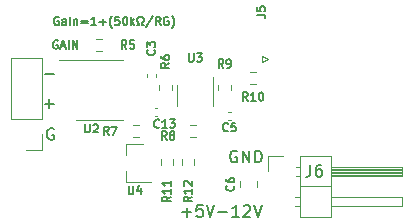
<source format=gbr>
G04 #@! TF.GenerationSoftware,KiCad,Pcbnew,(5.1.9)-1*
G04 #@! TF.CreationDate,2021-04-02T20:51:07-05:00*
G04 #@! TF.ProjectId,coax-probe,636f6178-2d70-4726-9f62-652e6b696361,rev?*
G04 #@! TF.SameCoordinates,Original*
G04 #@! TF.FileFunction,Legend,Top*
G04 #@! TF.FilePolarity,Positive*
%FSLAX46Y46*%
G04 Gerber Fmt 4.6, Leading zero omitted, Abs format (unit mm)*
G04 Created by KiCad (PCBNEW (5.1.9)-1) date 2021-04-02 20:51:07*
%MOMM*%
%LPD*%
G01*
G04 APERTURE LIST*
%ADD10C,0.157000*%
%ADD11C,0.120000*%
%ADD12C,0.150000*%
G04 APERTURE END LIST*
D10*
X161535383Y-73650000D02*
X161468716Y-73616666D01*
X161368716Y-73616666D01*
X161268716Y-73650000D01*
X161202050Y-73716666D01*
X161168716Y-73783333D01*
X161135383Y-73916666D01*
X161135383Y-74016666D01*
X161168716Y-74150000D01*
X161202050Y-74216666D01*
X161268716Y-74283333D01*
X161368716Y-74316666D01*
X161435383Y-74316666D01*
X161535383Y-74283333D01*
X161568716Y-74250000D01*
X161568716Y-74016666D01*
X161435383Y-74016666D01*
X162168716Y-74316666D02*
X162168716Y-73950000D01*
X162135383Y-73883333D01*
X162068716Y-73850000D01*
X161935383Y-73850000D01*
X161868716Y-73883333D01*
X162168716Y-74283333D02*
X162102050Y-74316666D01*
X161935383Y-74316666D01*
X161868716Y-74283333D01*
X161835383Y-74216666D01*
X161835383Y-74150000D01*
X161868716Y-74083333D01*
X161935383Y-74050000D01*
X162102050Y-74050000D01*
X162168716Y-74016666D01*
X162502050Y-74316666D02*
X162502050Y-73850000D01*
X162502050Y-73616666D02*
X162468716Y-73650000D01*
X162502050Y-73683333D01*
X162535383Y-73650000D01*
X162502050Y-73616666D01*
X162502050Y-73683333D01*
X162835383Y-73850000D02*
X162835383Y-74316666D01*
X162835383Y-73916666D02*
X162868716Y-73883333D01*
X162935383Y-73850000D01*
X163035383Y-73850000D01*
X163102050Y-73883333D01*
X163135383Y-73950000D01*
X163135383Y-74316666D01*
X163468716Y-73950000D02*
X164002050Y-73950000D01*
X164002050Y-74150000D02*
X163468716Y-74150000D01*
X164702050Y-74316666D02*
X164302050Y-74316666D01*
X164502050Y-74316666D02*
X164502050Y-73616666D01*
X164435383Y-73716666D01*
X164368716Y-73783333D01*
X164302050Y-73816666D01*
X165002050Y-74050000D02*
X165535383Y-74050000D01*
X165268716Y-74316666D02*
X165268716Y-73783333D01*
X166068716Y-74583333D02*
X166035383Y-74550000D01*
X165968716Y-74450000D01*
X165935383Y-74383333D01*
X165902050Y-74283333D01*
X165868716Y-74116666D01*
X165868716Y-73983333D01*
X165902050Y-73816666D01*
X165935383Y-73716666D01*
X165968716Y-73650000D01*
X166035383Y-73550000D01*
X166068716Y-73516666D01*
X166668716Y-73616666D02*
X166335383Y-73616666D01*
X166302050Y-73950000D01*
X166335383Y-73916666D01*
X166402050Y-73883333D01*
X166568716Y-73883333D01*
X166635383Y-73916666D01*
X166668716Y-73950000D01*
X166702050Y-74016666D01*
X166702050Y-74183333D01*
X166668716Y-74250000D01*
X166635383Y-74283333D01*
X166568716Y-74316666D01*
X166402050Y-74316666D01*
X166335383Y-74283333D01*
X166302050Y-74250000D01*
X167135383Y-73616666D02*
X167202050Y-73616666D01*
X167268716Y-73650000D01*
X167302050Y-73683333D01*
X167335383Y-73750000D01*
X167368716Y-73883333D01*
X167368716Y-74050000D01*
X167335383Y-74183333D01*
X167302050Y-74250000D01*
X167268716Y-74283333D01*
X167202050Y-74316666D01*
X167135383Y-74316666D01*
X167068716Y-74283333D01*
X167035383Y-74250000D01*
X167002050Y-74183333D01*
X166968716Y-74050000D01*
X166968716Y-73883333D01*
X167002050Y-73750000D01*
X167035383Y-73683333D01*
X167068716Y-73650000D01*
X167135383Y-73616666D01*
X167668716Y-74316666D02*
X167668716Y-73616666D01*
X167735383Y-74050000D02*
X167935383Y-74316666D01*
X167935383Y-73850000D02*
X167668716Y-74116666D01*
X168202050Y-74316666D02*
X168368716Y-74316666D01*
X168368716Y-74183333D01*
X168302050Y-74150000D01*
X168235383Y-74083333D01*
X168202050Y-73983333D01*
X168202050Y-73816666D01*
X168235383Y-73716666D01*
X168302050Y-73650000D01*
X168402050Y-73616666D01*
X168535383Y-73616666D01*
X168635383Y-73650000D01*
X168702050Y-73716666D01*
X168735383Y-73816666D01*
X168735383Y-73983333D01*
X168702050Y-74083333D01*
X168635383Y-74150000D01*
X168568716Y-74183333D01*
X168568716Y-74316666D01*
X168735383Y-74316666D01*
X169535383Y-73583333D02*
X168935383Y-74483333D01*
X170168716Y-74316666D02*
X169935383Y-73983333D01*
X169768716Y-74316666D02*
X169768716Y-73616666D01*
X170035383Y-73616666D01*
X170102050Y-73650000D01*
X170135383Y-73683333D01*
X170168716Y-73750000D01*
X170168716Y-73850000D01*
X170135383Y-73916666D01*
X170102050Y-73950000D01*
X170035383Y-73983333D01*
X169768716Y-73983333D01*
X170835383Y-73650000D02*
X170768716Y-73616666D01*
X170668716Y-73616666D01*
X170568716Y-73650000D01*
X170502050Y-73716666D01*
X170468716Y-73783333D01*
X170435383Y-73916666D01*
X170435383Y-74016666D01*
X170468716Y-74150000D01*
X170502050Y-74216666D01*
X170568716Y-74283333D01*
X170668716Y-74316666D01*
X170735383Y-74316666D01*
X170835383Y-74283333D01*
X170868716Y-74250000D01*
X170868716Y-74016666D01*
X170735383Y-74016666D01*
X171102050Y-74583333D02*
X171135383Y-74550000D01*
X171202050Y-74450000D01*
X171235383Y-74383333D01*
X171268716Y-74283333D01*
X171302050Y-74116666D01*
X171302050Y-73983333D01*
X171268716Y-73816666D01*
X171235383Y-73716666D01*
X171202050Y-73650000D01*
X171135383Y-73550000D01*
X171102050Y-73516666D01*
D11*
X165254724Y-75477500D02*
X164745276Y-75477500D01*
X165254724Y-76522500D02*
X164745276Y-76522500D01*
X169760000Y-78707836D02*
X169760000Y-78492164D01*
X169040000Y-78707836D02*
X169040000Y-78492164D01*
X165000000Y-77240000D02*
X161550000Y-77240000D01*
X165000000Y-77240000D02*
X166950000Y-77240000D01*
X165000000Y-82360000D02*
X163050000Y-82360000D01*
X165000000Y-82360000D02*
X166950000Y-82360000D01*
X174610000Y-81180000D02*
X174610000Y-78750000D01*
X171540000Y-79420000D02*
X171540000Y-81180000D01*
X167240000Y-84420000D02*
X168700000Y-84420000D01*
X167240000Y-87580000D02*
X169400000Y-87580000D01*
X167240000Y-87580000D02*
X167240000Y-86650000D01*
X167240000Y-84420000D02*
X167240000Y-85350000D01*
X178335000Y-87538748D02*
X178335000Y-88061252D01*
X176865000Y-87538748D02*
X176865000Y-88061252D01*
X170177500Y-85662742D02*
X170177500Y-86137258D01*
X171222500Y-85662742D02*
X171222500Y-86137258D01*
X170077500Y-79362742D02*
X170077500Y-79837258D01*
X171122500Y-79362742D02*
X171122500Y-79837258D01*
X169692164Y-82060000D02*
X169907836Y-82060000D01*
X169692164Y-81340000D02*
X169907836Y-81340000D01*
X178237258Y-79322500D02*
X177762742Y-79322500D01*
X178237258Y-78277500D02*
X177762742Y-78277500D01*
X175892164Y-82360000D02*
X176107836Y-82360000D01*
X175892164Y-81640000D02*
X176107836Y-81640000D01*
X173022500Y-86137258D02*
X173022500Y-85662742D01*
X171977500Y-86137258D02*
X171977500Y-85662742D01*
X175077500Y-79362742D02*
X175077500Y-79837258D01*
X176122500Y-79362742D02*
X176122500Y-79837258D01*
X167862742Y-83822500D02*
X168337258Y-83822500D01*
X167862742Y-82777500D02*
X168337258Y-82777500D01*
X172662742Y-83822500D02*
X173137258Y-83822500D01*
X172662742Y-82777500D02*
X173137258Y-82777500D01*
X179230000Y-85430000D02*
X180500000Y-85430000D01*
X179230000Y-86700000D02*
X179230000Y-85430000D01*
X181542929Y-89620000D02*
X181940000Y-89620000D01*
X181542929Y-88860000D02*
X181940000Y-88860000D01*
X190600000Y-89620000D02*
X184600000Y-89620000D01*
X190600000Y-88860000D02*
X190600000Y-89620000D01*
X184600000Y-88860000D02*
X190600000Y-88860000D01*
X181940000Y-87970000D02*
X184600000Y-87970000D01*
X181610000Y-87080000D02*
X181940000Y-87080000D01*
X181610000Y-86320000D02*
X181940000Y-86320000D01*
X184600000Y-86980000D02*
X190600000Y-86980000D01*
X184600000Y-86860000D02*
X190600000Y-86860000D01*
X184600000Y-86740000D02*
X190600000Y-86740000D01*
X184600000Y-86620000D02*
X190600000Y-86620000D01*
X184600000Y-86500000D02*
X190600000Y-86500000D01*
X184600000Y-86380000D02*
X190600000Y-86380000D01*
X190600000Y-87080000D02*
X184600000Y-87080000D01*
X190600000Y-86320000D02*
X190600000Y-87080000D01*
X184600000Y-86320000D02*
X190600000Y-86320000D01*
X184600000Y-85370000D02*
X181940000Y-85370000D01*
X184600000Y-90570000D02*
X184600000Y-85370000D01*
X181940000Y-90570000D02*
X184600000Y-90570000D01*
X181940000Y-85370000D02*
X181940000Y-90570000D01*
X179240000Y-77200000D02*
X178740000Y-76950000D01*
X178740000Y-76950000D02*
X178740000Y-77450000D01*
X178740000Y-77450000D02*
X179240000Y-77200000D01*
X160130000Y-84870000D02*
X158800000Y-84870000D01*
X160130000Y-83540000D02*
X160130000Y-84870000D01*
X160130000Y-82270000D02*
X157470000Y-82270000D01*
X157470000Y-82270000D02*
X157470000Y-77130000D01*
X160130000Y-82270000D02*
X160130000Y-77130000D01*
X160130000Y-77130000D02*
X157470000Y-77130000D01*
D12*
X167283333Y-76316666D02*
X167050000Y-75983333D01*
X166883333Y-76316666D02*
X166883333Y-75616666D01*
X167150000Y-75616666D01*
X167216666Y-75650000D01*
X167250000Y-75683333D01*
X167283333Y-75750000D01*
X167283333Y-75850000D01*
X167250000Y-75916666D01*
X167216666Y-75950000D01*
X167150000Y-75983333D01*
X166883333Y-75983333D01*
X167916666Y-75616666D02*
X167583333Y-75616666D01*
X167550000Y-75950000D01*
X167583333Y-75916666D01*
X167650000Y-75883333D01*
X167816666Y-75883333D01*
X167883333Y-75916666D01*
X167916666Y-75950000D01*
X167950000Y-76016666D01*
X167950000Y-76183333D01*
X167916666Y-76250000D01*
X167883333Y-76283333D01*
X167816666Y-76316666D01*
X167650000Y-76316666D01*
X167583333Y-76283333D01*
X167550000Y-76250000D01*
X161450000Y-75650000D02*
X161383333Y-75616666D01*
X161283333Y-75616666D01*
X161183333Y-75650000D01*
X161116666Y-75716666D01*
X161083333Y-75783333D01*
X161050000Y-75916666D01*
X161050000Y-76016666D01*
X161083333Y-76150000D01*
X161116666Y-76216666D01*
X161183333Y-76283333D01*
X161283333Y-76316666D01*
X161350000Y-76316666D01*
X161450000Y-76283333D01*
X161483333Y-76250000D01*
X161483333Y-76016666D01*
X161350000Y-76016666D01*
X161750000Y-76116666D02*
X162083333Y-76116666D01*
X161683333Y-76316666D02*
X161916666Y-75616666D01*
X162150000Y-76316666D01*
X162383333Y-76316666D02*
X162383333Y-75616666D01*
X162716666Y-76316666D02*
X162716666Y-75616666D01*
X163116666Y-76316666D01*
X163116666Y-75616666D01*
X169650000Y-76416666D02*
X169683333Y-76450000D01*
X169716666Y-76550000D01*
X169716666Y-76616666D01*
X169683333Y-76716666D01*
X169616666Y-76783333D01*
X169550000Y-76816666D01*
X169416666Y-76850000D01*
X169316666Y-76850000D01*
X169183333Y-76816666D01*
X169116666Y-76783333D01*
X169050000Y-76716666D01*
X169016666Y-76616666D01*
X169016666Y-76550000D01*
X169050000Y-76450000D01*
X169083333Y-76416666D01*
X169016666Y-76183333D02*
X169016666Y-75750000D01*
X169283333Y-75983333D01*
X169283333Y-75883333D01*
X169316666Y-75816666D01*
X169350000Y-75783333D01*
X169416666Y-75750000D01*
X169583333Y-75750000D01*
X169650000Y-75783333D01*
X169683333Y-75816666D01*
X169716666Y-75883333D01*
X169716666Y-76083333D01*
X169683333Y-76150000D01*
X169650000Y-76183333D01*
X163766666Y-82716666D02*
X163766666Y-83283333D01*
X163800000Y-83350000D01*
X163833333Y-83383333D01*
X163900000Y-83416666D01*
X164033333Y-83416666D01*
X164100000Y-83383333D01*
X164133333Y-83350000D01*
X164166666Y-83283333D01*
X164166666Y-82716666D01*
X164466666Y-82783333D02*
X164500000Y-82750000D01*
X164566666Y-82716666D01*
X164733333Y-82716666D01*
X164800000Y-82750000D01*
X164833333Y-82783333D01*
X164866666Y-82850000D01*
X164866666Y-82916666D01*
X164833333Y-83016666D01*
X164433333Y-83416666D01*
X164866666Y-83416666D01*
X172566666Y-76716666D02*
X172566666Y-77283333D01*
X172600000Y-77350000D01*
X172633333Y-77383333D01*
X172700000Y-77416666D01*
X172833333Y-77416666D01*
X172900000Y-77383333D01*
X172933333Y-77350000D01*
X172966666Y-77283333D01*
X172966666Y-76716666D01*
X173233333Y-76716666D02*
X173666666Y-76716666D01*
X173433333Y-76983333D01*
X173533333Y-76983333D01*
X173600000Y-77016666D01*
X173633333Y-77050000D01*
X173666666Y-77116666D01*
X173666666Y-77283333D01*
X173633333Y-77350000D01*
X173600000Y-77383333D01*
X173533333Y-77416666D01*
X173333333Y-77416666D01*
X173266666Y-77383333D01*
X173233333Y-77350000D01*
X167466666Y-87916666D02*
X167466666Y-88483333D01*
X167500000Y-88550000D01*
X167533333Y-88583333D01*
X167600000Y-88616666D01*
X167733333Y-88616666D01*
X167800000Y-88583333D01*
X167833333Y-88550000D01*
X167866666Y-88483333D01*
X167866666Y-87916666D01*
X168500000Y-88150000D02*
X168500000Y-88616666D01*
X168333333Y-87883333D02*
X168166666Y-88383333D01*
X168600000Y-88383333D01*
X176350000Y-87916666D02*
X176383333Y-87950000D01*
X176416666Y-88050000D01*
X176416666Y-88116666D01*
X176383333Y-88216666D01*
X176316666Y-88283333D01*
X176250000Y-88316666D01*
X176116666Y-88350000D01*
X176016666Y-88350000D01*
X175883333Y-88316666D01*
X175816666Y-88283333D01*
X175750000Y-88216666D01*
X175716666Y-88116666D01*
X175716666Y-88050000D01*
X175750000Y-87950000D01*
X175783333Y-87916666D01*
X175716666Y-87316666D02*
X175716666Y-87450000D01*
X175750000Y-87516666D01*
X175783333Y-87550000D01*
X175883333Y-87616666D01*
X176016666Y-87650000D01*
X176283333Y-87650000D01*
X176350000Y-87616666D01*
X176383333Y-87583333D01*
X176416666Y-87516666D01*
X176416666Y-87383333D01*
X176383333Y-87316666D01*
X176350000Y-87283333D01*
X176283333Y-87250000D01*
X176116666Y-87250000D01*
X176050000Y-87283333D01*
X176016666Y-87316666D01*
X175983333Y-87383333D01*
X175983333Y-87516666D01*
X176016666Y-87583333D01*
X176050000Y-87616666D01*
X176116666Y-87650000D01*
X171016666Y-88850000D02*
X170683333Y-89083333D01*
X171016666Y-89250000D02*
X170316666Y-89250000D01*
X170316666Y-88983333D01*
X170350000Y-88916666D01*
X170383333Y-88883333D01*
X170450000Y-88850000D01*
X170550000Y-88850000D01*
X170616666Y-88883333D01*
X170650000Y-88916666D01*
X170683333Y-88983333D01*
X170683333Y-89250000D01*
X171016666Y-88183333D02*
X171016666Y-88583333D01*
X171016666Y-88383333D02*
X170316666Y-88383333D01*
X170416666Y-88450000D01*
X170483333Y-88516666D01*
X170516666Y-88583333D01*
X171016666Y-87516666D02*
X171016666Y-87916666D01*
X171016666Y-87716666D02*
X170316666Y-87716666D01*
X170416666Y-87783333D01*
X170483333Y-87850000D01*
X170516666Y-87916666D01*
X170916666Y-77516666D02*
X170583333Y-77750000D01*
X170916666Y-77916666D02*
X170216666Y-77916666D01*
X170216666Y-77650000D01*
X170250000Y-77583333D01*
X170283333Y-77550000D01*
X170350000Y-77516666D01*
X170450000Y-77516666D01*
X170516666Y-77550000D01*
X170550000Y-77583333D01*
X170583333Y-77650000D01*
X170583333Y-77916666D01*
X170216666Y-76916666D02*
X170216666Y-77050000D01*
X170250000Y-77116666D01*
X170283333Y-77150000D01*
X170383333Y-77216666D01*
X170516666Y-77250000D01*
X170783333Y-77250000D01*
X170850000Y-77216666D01*
X170883333Y-77183333D01*
X170916666Y-77116666D01*
X170916666Y-76983333D01*
X170883333Y-76916666D01*
X170850000Y-76883333D01*
X170783333Y-76850000D01*
X170616666Y-76850000D01*
X170550000Y-76883333D01*
X170516666Y-76916666D01*
X170483333Y-76983333D01*
X170483333Y-77116666D01*
X170516666Y-77183333D01*
X170550000Y-77216666D01*
X170616666Y-77250000D01*
X170050000Y-82950000D02*
X170016666Y-82983333D01*
X169916666Y-83016666D01*
X169850000Y-83016666D01*
X169750000Y-82983333D01*
X169683333Y-82916666D01*
X169650000Y-82850000D01*
X169616666Y-82716666D01*
X169616666Y-82616666D01*
X169650000Y-82483333D01*
X169683333Y-82416666D01*
X169750000Y-82350000D01*
X169850000Y-82316666D01*
X169916666Y-82316666D01*
X170016666Y-82350000D01*
X170050000Y-82383333D01*
X170716666Y-83016666D02*
X170316666Y-83016666D01*
X170516666Y-83016666D02*
X170516666Y-82316666D01*
X170450000Y-82416666D01*
X170383333Y-82483333D01*
X170316666Y-82516666D01*
X170950000Y-82316666D02*
X171383333Y-82316666D01*
X171150000Y-82583333D01*
X171250000Y-82583333D01*
X171316666Y-82616666D01*
X171350000Y-82650000D01*
X171383333Y-82716666D01*
X171383333Y-82883333D01*
X171350000Y-82950000D01*
X171316666Y-82983333D01*
X171250000Y-83016666D01*
X171050000Y-83016666D01*
X170983333Y-82983333D01*
X170950000Y-82950000D01*
X177550000Y-80716666D02*
X177316666Y-80383333D01*
X177150000Y-80716666D02*
X177150000Y-80016666D01*
X177416666Y-80016666D01*
X177483333Y-80050000D01*
X177516666Y-80083333D01*
X177550000Y-80150000D01*
X177550000Y-80250000D01*
X177516666Y-80316666D01*
X177483333Y-80350000D01*
X177416666Y-80383333D01*
X177150000Y-80383333D01*
X178216666Y-80716666D02*
X177816666Y-80716666D01*
X178016666Y-80716666D02*
X178016666Y-80016666D01*
X177950000Y-80116666D01*
X177883333Y-80183333D01*
X177816666Y-80216666D01*
X178650000Y-80016666D02*
X178716666Y-80016666D01*
X178783333Y-80050000D01*
X178816666Y-80083333D01*
X178850000Y-80150000D01*
X178883333Y-80283333D01*
X178883333Y-80450000D01*
X178850000Y-80583333D01*
X178816666Y-80650000D01*
X178783333Y-80683333D01*
X178716666Y-80716666D01*
X178650000Y-80716666D01*
X178583333Y-80683333D01*
X178550000Y-80650000D01*
X178516666Y-80583333D01*
X178483333Y-80450000D01*
X178483333Y-80283333D01*
X178516666Y-80150000D01*
X178550000Y-80083333D01*
X178583333Y-80050000D01*
X178650000Y-80016666D01*
X175883333Y-83250000D02*
X175850000Y-83283333D01*
X175750000Y-83316666D01*
X175683333Y-83316666D01*
X175583333Y-83283333D01*
X175516666Y-83216666D01*
X175483333Y-83150000D01*
X175450000Y-83016666D01*
X175450000Y-82916666D01*
X175483333Y-82783333D01*
X175516666Y-82716666D01*
X175583333Y-82650000D01*
X175683333Y-82616666D01*
X175750000Y-82616666D01*
X175850000Y-82650000D01*
X175883333Y-82683333D01*
X176516666Y-82616666D02*
X176183333Y-82616666D01*
X176150000Y-82950000D01*
X176183333Y-82916666D01*
X176250000Y-82883333D01*
X176416666Y-82883333D01*
X176483333Y-82916666D01*
X176516666Y-82950000D01*
X176550000Y-83016666D01*
X176550000Y-83183333D01*
X176516666Y-83250000D01*
X176483333Y-83283333D01*
X176416666Y-83316666D01*
X176250000Y-83316666D01*
X176183333Y-83283333D01*
X176150000Y-83250000D01*
X172816666Y-88850000D02*
X172483333Y-89083333D01*
X172816666Y-89250000D02*
X172116666Y-89250000D01*
X172116666Y-88983333D01*
X172150000Y-88916666D01*
X172183333Y-88883333D01*
X172250000Y-88850000D01*
X172350000Y-88850000D01*
X172416666Y-88883333D01*
X172450000Y-88916666D01*
X172483333Y-88983333D01*
X172483333Y-89250000D01*
X172816666Y-88183333D02*
X172816666Y-88583333D01*
X172816666Y-88383333D02*
X172116666Y-88383333D01*
X172216666Y-88450000D01*
X172283333Y-88516666D01*
X172316666Y-88583333D01*
X172183333Y-87916666D02*
X172150000Y-87883333D01*
X172116666Y-87816666D01*
X172116666Y-87650000D01*
X172150000Y-87583333D01*
X172183333Y-87550000D01*
X172250000Y-87516666D01*
X172316666Y-87516666D01*
X172416666Y-87550000D01*
X172816666Y-87950000D01*
X172816666Y-87516666D01*
X175483333Y-77916666D02*
X175250000Y-77583333D01*
X175083333Y-77916666D02*
X175083333Y-77216666D01*
X175350000Y-77216666D01*
X175416666Y-77250000D01*
X175450000Y-77283333D01*
X175483333Y-77350000D01*
X175483333Y-77450000D01*
X175450000Y-77516666D01*
X175416666Y-77550000D01*
X175350000Y-77583333D01*
X175083333Y-77583333D01*
X175816666Y-77916666D02*
X175950000Y-77916666D01*
X176016666Y-77883333D01*
X176050000Y-77850000D01*
X176116666Y-77750000D01*
X176150000Y-77616666D01*
X176150000Y-77350000D01*
X176116666Y-77283333D01*
X176083333Y-77250000D01*
X176016666Y-77216666D01*
X175883333Y-77216666D01*
X175816666Y-77250000D01*
X175783333Y-77283333D01*
X175750000Y-77350000D01*
X175750000Y-77516666D01*
X175783333Y-77583333D01*
X175816666Y-77616666D01*
X175883333Y-77650000D01*
X176016666Y-77650000D01*
X176083333Y-77616666D01*
X176116666Y-77583333D01*
X176150000Y-77516666D01*
X165783333Y-83616666D02*
X165550000Y-83283333D01*
X165383333Y-83616666D02*
X165383333Y-82916666D01*
X165650000Y-82916666D01*
X165716666Y-82950000D01*
X165750000Y-82983333D01*
X165783333Y-83050000D01*
X165783333Y-83150000D01*
X165750000Y-83216666D01*
X165716666Y-83250000D01*
X165650000Y-83283333D01*
X165383333Y-83283333D01*
X166016666Y-82916666D02*
X166483333Y-82916666D01*
X166183333Y-83616666D01*
X170683333Y-84016666D02*
X170450000Y-83683333D01*
X170283333Y-84016666D02*
X170283333Y-83316666D01*
X170550000Y-83316666D01*
X170616666Y-83350000D01*
X170650000Y-83383333D01*
X170683333Y-83450000D01*
X170683333Y-83550000D01*
X170650000Y-83616666D01*
X170616666Y-83650000D01*
X170550000Y-83683333D01*
X170283333Y-83683333D01*
X171083333Y-83616666D02*
X171016666Y-83583333D01*
X170983333Y-83550000D01*
X170950000Y-83483333D01*
X170950000Y-83450000D01*
X170983333Y-83383333D01*
X171016666Y-83350000D01*
X171083333Y-83316666D01*
X171216666Y-83316666D01*
X171283333Y-83350000D01*
X171316666Y-83383333D01*
X171350000Y-83450000D01*
X171350000Y-83483333D01*
X171316666Y-83550000D01*
X171283333Y-83583333D01*
X171216666Y-83616666D01*
X171083333Y-83616666D01*
X171016666Y-83650000D01*
X170983333Y-83683333D01*
X170950000Y-83750000D01*
X170950000Y-83883333D01*
X170983333Y-83950000D01*
X171016666Y-83983333D01*
X171083333Y-84016666D01*
X171216666Y-84016666D01*
X171283333Y-83983333D01*
X171316666Y-83950000D01*
X171350000Y-83883333D01*
X171350000Y-83750000D01*
X171316666Y-83683333D01*
X171283333Y-83650000D01*
X171216666Y-83616666D01*
X182866666Y-86152380D02*
X182866666Y-86866666D01*
X182819047Y-87009523D01*
X182723809Y-87104761D01*
X182580952Y-87152380D01*
X182485714Y-87152380D01*
X183771428Y-86152380D02*
X183580952Y-86152380D01*
X183485714Y-86200000D01*
X183438095Y-86247619D01*
X183342857Y-86390476D01*
X183295238Y-86580952D01*
X183295238Y-86961904D01*
X183342857Y-87057142D01*
X183390476Y-87104761D01*
X183485714Y-87152380D01*
X183676190Y-87152380D01*
X183771428Y-87104761D01*
X183819047Y-87057142D01*
X183866666Y-86961904D01*
X183866666Y-86723809D01*
X183819047Y-86628571D01*
X183771428Y-86580952D01*
X183676190Y-86533333D01*
X183485714Y-86533333D01*
X183390476Y-86580952D01*
X183342857Y-86628571D01*
X183295238Y-86723809D01*
X172014285Y-90171428D02*
X172776190Y-90171428D01*
X172395238Y-90552380D02*
X172395238Y-89790476D01*
X173728571Y-89552380D02*
X173252380Y-89552380D01*
X173204761Y-90028571D01*
X173252380Y-89980952D01*
X173347619Y-89933333D01*
X173585714Y-89933333D01*
X173680952Y-89980952D01*
X173728571Y-90028571D01*
X173776190Y-90123809D01*
X173776190Y-90361904D01*
X173728571Y-90457142D01*
X173680952Y-90504761D01*
X173585714Y-90552380D01*
X173347619Y-90552380D01*
X173252380Y-90504761D01*
X173204761Y-90457142D01*
X174061904Y-89552380D02*
X174395238Y-90552380D01*
X174728571Y-89552380D01*
X175061904Y-90171428D02*
X175823809Y-90171428D01*
X176823809Y-90552380D02*
X176252380Y-90552380D01*
X176538095Y-90552380D02*
X176538095Y-89552380D01*
X176442857Y-89695238D01*
X176347619Y-89790476D01*
X176252380Y-89838095D01*
X177204761Y-89647619D02*
X177252380Y-89600000D01*
X177347619Y-89552380D01*
X177585714Y-89552380D01*
X177680952Y-89600000D01*
X177728571Y-89647619D01*
X177776190Y-89742857D01*
X177776190Y-89838095D01*
X177728571Y-89980952D01*
X177157142Y-90552380D01*
X177776190Y-90552380D01*
X178061904Y-89552380D02*
X178395238Y-90552380D01*
X178728571Y-89552380D01*
X176638095Y-85000000D02*
X176542857Y-84952380D01*
X176400000Y-84952380D01*
X176257142Y-85000000D01*
X176161904Y-85095238D01*
X176114285Y-85190476D01*
X176066666Y-85380952D01*
X176066666Y-85523809D01*
X176114285Y-85714285D01*
X176161904Y-85809523D01*
X176257142Y-85904761D01*
X176400000Y-85952380D01*
X176495238Y-85952380D01*
X176638095Y-85904761D01*
X176685714Y-85857142D01*
X176685714Y-85523809D01*
X176495238Y-85523809D01*
X177114285Y-85952380D02*
X177114285Y-84952380D01*
X177685714Y-85952380D01*
X177685714Y-84952380D01*
X178161904Y-85952380D02*
X178161904Y-84952380D01*
X178400000Y-84952380D01*
X178542857Y-85000000D01*
X178638095Y-85095238D01*
X178685714Y-85190476D01*
X178733333Y-85380952D01*
X178733333Y-85523809D01*
X178685714Y-85714285D01*
X178638095Y-85809523D01*
X178542857Y-85904761D01*
X178400000Y-85952380D01*
X178161904Y-85952380D01*
X178316666Y-73433333D02*
X178816666Y-73433333D01*
X178916666Y-73466666D01*
X178983333Y-73533333D01*
X179016666Y-73633333D01*
X179016666Y-73700000D01*
X178316666Y-72766666D02*
X178316666Y-73100000D01*
X178650000Y-73133333D01*
X178616666Y-73100000D01*
X178583333Y-73033333D01*
X178583333Y-72866666D01*
X178616666Y-72800000D01*
X178650000Y-72766666D01*
X178716666Y-72733333D01*
X178883333Y-72733333D01*
X178950000Y-72766666D01*
X178983333Y-72800000D01*
X179016666Y-72866666D01*
X179016666Y-73033333D01*
X178983333Y-73100000D01*
X178950000Y-73133333D01*
X161111904Y-83100000D02*
X161016666Y-83052380D01*
X160873809Y-83052380D01*
X160730952Y-83100000D01*
X160635714Y-83195238D01*
X160588095Y-83290476D01*
X160540476Y-83480952D01*
X160540476Y-83623809D01*
X160588095Y-83814285D01*
X160635714Y-83909523D01*
X160730952Y-84004761D01*
X160873809Y-84052380D01*
X160969047Y-84052380D01*
X161111904Y-84004761D01*
X161159523Y-83957142D01*
X161159523Y-83623809D01*
X160969047Y-83623809D01*
X160369047Y-78471428D02*
X161130952Y-78471428D01*
X160369047Y-80971428D02*
X161130952Y-80971428D01*
X160750000Y-81352380D02*
X160750000Y-80590476D01*
M02*

</source>
